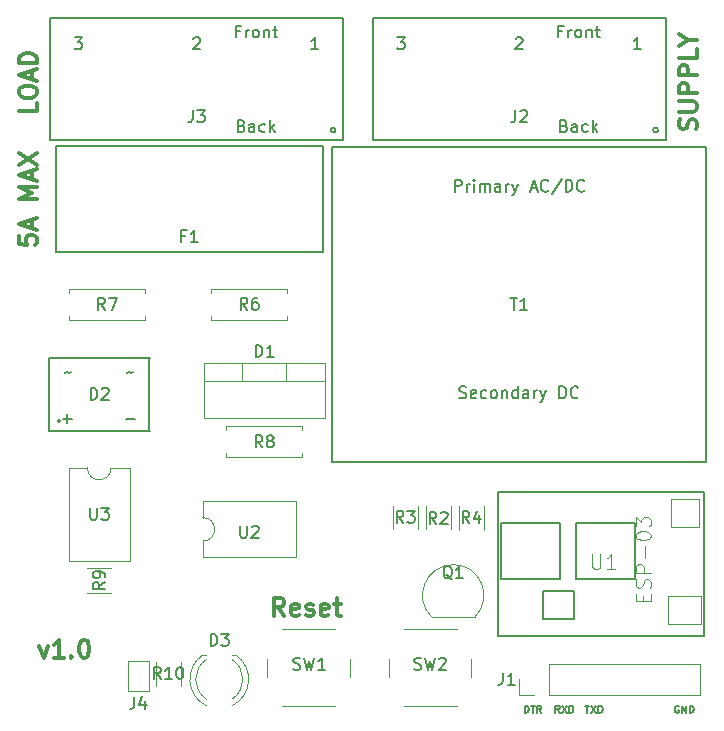
<source format=gto>
G04 #@! TF.FileFunction,Legend,Top*
%FSLAX46Y46*%
G04 Gerber Fmt 4.6, Leading zero omitted, Abs format (unit mm)*
G04 Created by KiCad (PCBNEW 4.0.7) date Sun Sep 17 14:25:38 2017*
%MOMM*%
%LPD*%
G01*
G04 APERTURE LIST*
%ADD10C,0.100000*%
%ADD11C,0.300000*%
%ADD12C,0.150000*%
%ADD13C,0.120000*%
%ADD14C,0.066040*%
%ADD15C,0.127000*%
%ADD16C,0.101600*%
G04 APERTURE END LIST*
D10*
D11*
X120463571Y-87272427D02*
X120463571Y-87986713D01*
X121177857Y-88058142D01*
X121106429Y-87986713D01*
X121035000Y-87843856D01*
X121035000Y-87486713D01*
X121106429Y-87343856D01*
X121177857Y-87272427D01*
X121320714Y-87200999D01*
X121677857Y-87200999D01*
X121820714Y-87272427D01*
X121892143Y-87343856D01*
X121963571Y-87486713D01*
X121963571Y-87843856D01*
X121892143Y-87986713D01*
X121820714Y-88058142D01*
X121535000Y-86629571D02*
X121535000Y-85915285D01*
X121963571Y-86772428D02*
X120463571Y-86272428D01*
X121963571Y-85772428D01*
X121963571Y-84129571D02*
X120463571Y-84129571D01*
X121535000Y-83629571D01*
X120463571Y-83129571D01*
X121963571Y-83129571D01*
X121535000Y-82486714D02*
X121535000Y-81772428D01*
X121963571Y-82629571D02*
X120463571Y-82129571D01*
X121963571Y-81629571D01*
X120463571Y-81272428D02*
X121963571Y-80272428D01*
X120463571Y-80272428D02*
X121963571Y-81272428D01*
X122190144Y-121979571D02*
X122547287Y-122979571D01*
X122904429Y-121979571D01*
X124261572Y-122979571D02*
X123404429Y-122979571D01*
X123833001Y-122979571D02*
X123833001Y-121479571D01*
X123690144Y-121693857D01*
X123547286Y-121836714D01*
X123404429Y-121908143D01*
X124904429Y-122836714D02*
X124975857Y-122908143D01*
X124904429Y-122979571D01*
X124833000Y-122908143D01*
X124904429Y-122836714D01*
X124904429Y-122979571D01*
X125904429Y-121479571D02*
X126047286Y-121479571D01*
X126190143Y-121551000D01*
X126261572Y-121622429D01*
X126333001Y-121765286D01*
X126404429Y-122051000D01*
X126404429Y-122408143D01*
X126333001Y-122693857D01*
X126261572Y-122836714D01*
X126190143Y-122908143D01*
X126047286Y-122979571D01*
X125904429Y-122979571D01*
X125761572Y-122908143D01*
X125690143Y-122836714D01*
X125618715Y-122693857D01*
X125547286Y-122408143D01*
X125547286Y-122051000D01*
X125618715Y-121765286D01*
X125690143Y-121622429D01*
X125761572Y-121551000D01*
X125904429Y-121479571D01*
D12*
X163271286Y-127652429D02*
X163271286Y-127052429D01*
X163414143Y-127052429D01*
X163499858Y-127081000D01*
X163557000Y-127138143D01*
X163585572Y-127195286D01*
X163614143Y-127309571D01*
X163614143Y-127395286D01*
X163585572Y-127509571D01*
X163557000Y-127566714D01*
X163499858Y-127623857D01*
X163414143Y-127652429D01*
X163271286Y-127652429D01*
X163785572Y-127052429D02*
X164128429Y-127052429D01*
X163957000Y-127652429D02*
X163957000Y-127052429D01*
X164671286Y-127652429D02*
X164471286Y-127366714D01*
X164328429Y-127652429D02*
X164328429Y-127052429D01*
X164557001Y-127052429D01*
X164614143Y-127081000D01*
X164642715Y-127109571D01*
X164671286Y-127166714D01*
X164671286Y-127252429D01*
X164642715Y-127309571D01*
X164614143Y-127338143D01*
X164557001Y-127366714D01*
X164328429Y-127366714D01*
X168406857Y-127052429D02*
X168749714Y-127052429D01*
X168578285Y-127652429D02*
X168578285Y-127052429D01*
X168892571Y-127052429D02*
X169292571Y-127652429D01*
X169292571Y-127052429D02*
X168892571Y-127652429D01*
X169521143Y-127652429D02*
X169521143Y-127052429D01*
X169664000Y-127052429D01*
X169749715Y-127081000D01*
X169806857Y-127138143D01*
X169835429Y-127195286D01*
X169864000Y-127309571D01*
X169864000Y-127395286D01*
X169835429Y-127509571D01*
X169806857Y-127566714D01*
X169749715Y-127623857D01*
X169664000Y-127652429D01*
X169521143Y-127652429D01*
X166224000Y-127652429D02*
X166024000Y-127366714D01*
X165881143Y-127652429D02*
X165881143Y-127052429D01*
X166109715Y-127052429D01*
X166166857Y-127081000D01*
X166195429Y-127109571D01*
X166224000Y-127166714D01*
X166224000Y-127252429D01*
X166195429Y-127309571D01*
X166166857Y-127338143D01*
X166109715Y-127366714D01*
X165881143Y-127366714D01*
X166424000Y-127052429D02*
X166824000Y-127652429D01*
X166824000Y-127052429D02*
X166424000Y-127652429D01*
X167052572Y-127652429D02*
X167052572Y-127052429D01*
X167195429Y-127052429D01*
X167281144Y-127081000D01*
X167338286Y-127138143D01*
X167366858Y-127195286D01*
X167395429Y-127309571D01*
X167395429Y-127395286D01*
X167366858Y-127509571D01*
X167338286Y-127566714D01*
X167281144Y-127623857D01*
X167195429Y-127652429D01*
X167052572Y-127652429D01*
X176326858Y-127081000D02*
X176269715Y-127052429D01*
X176184001Y-127052429D01*
X176098286Y-127081000D01*
X176041144Y-127138143D01*
X176012572Y-127195286D01*
X175984001Y-127309571D01*
X175984001Y-127395286D01*
X176012572Y-127509571D01*
X176041144Y-127566714D01*
X176098286Y-127623857D01*
X176184001Y-127652429D01*
X176241144Y-127652429D01*
X176326858Y-127623857D01*
X176355429Y-127595286D01*
X176355429Y-127395286D01*
X176241144Y-127395286D01*
X176612572Y-127652429D02*
X176612572Y-127052429D01*
X176955429Y-127652429D01*
X176955429Y-127052429D01*
X177241143Y-127652429D02*
X177241143Y-127052429D01*
X177384000Y-127052429D01*
X177469715Y-127081000D01*
X177526857Y-127138143D01*
X177555429Y-127195286D01*
X177584000Y-127309571D01*
X177584000Y-127395286D01*
X177555429Y-127509571D01*
X177526857Y-127566714D01*
X177469715Y-127623857D01*
X177384000Y-127652429D01*
X177241143Y-127652429D01*
D11*
X142922858Y-119423571D02*
X142422858Y-118709286D01*
X142065715Y-119423571D02*
X142065715Y-117923571D01*
X142637143Y-117923571D01*
X142780001Y-117995000D01*
X142851429Y-118066429D01*
X142922858Y-118209286D01*
X142922858Y-118423571D01*
X142851429Y-118566429D01*
X142780001Y-118637857D01*
X142637143Y-118709286D01*
X142065715Y-118709286D01*
X144137143Y-119352143D02*
X143994286Y-119423571D01*
X143708572Y-119423571D01*
X143565715Y-119352143D01*
X143494286Y-119209286D01*
X143494286Y-118637857D01*
X143565715Y-118495000D01*
X143708572Y-118423571D01*
X143994286Y-118423571D01*
X144137143Y-118495000D01*
X144208572Y-118637857D01*
X144208572Y-118780714D01*
X143494286Y-118923571D01*
X144780000Y-119352143D02*
X144922857Y-119423571D01*
X145208572Y-119423571D01*
X145351429Y-119352143D01*
X145422857Y-119209286D01*
X145422857Y-119137857D01*
X145351429Y-118995000D01*
X145208572Y-118923571D01*
X144994286Y-118923571D01*
X144851429Y-118852143D01*
X144780000Y-118709286D01*
X144780000Y-118637857D01*
X144851429Y-118495000D01*
X144994286Y-118423571D01*
X145208572Y-118423571D01*
X145351429Y-118495000D01*
X146637143Y-119352143D02*
X146494286Y-119423571D01*
X146208572Y-119423571D01*
X146065715Y-119352143D01*
X145994286Y-119209286D01*
X145994286Y-118637857D01*
X146065715Y-118495000D01*
X146208572Y-118423571D01*
X146494286Y-118423571D01*
X146637143Y-118495000D01*
X146708572Y-118637857D01*
X146708572Y-118780714D01*
X145994286Y-118923571D01*
X147137143Y-118423571D02*
X147708572Y-118423571D01*
X147351429Y-117923571D02*
X147351429Y-119209286D01*
X147422857Y-119352143D01*
X147565715Y-119423571D01*
X147708572Y-119423571D01*
X177772143Y-78259286D02*
X177843571Y-78045000D01*
X177843571Y-77687857D01*
X177772143Y-77545000D01*
X177700714Y-77473571D01*
X177557857Y-77402143D01*
X177415000Y-77402143D01*
X177272143Y-77473571D01*
X177200714Y-77545000D01*
X177129286Y-77687857D01*
X177057857Y-77973571D01*
X176986429Y-78116429D01*
X176915000Y-78187857D01*
X176772143Y-78259286D01*
X176629286Y-78259286D01*
X176486429Y-78187857D01*
X176415000Y-78116429D01*
X176343571Y-77973571D01*
X176343571Y-77616429D01*
X176415000Y-77402143D01*
X176343571Y-76759286D02*
X177557857Y-76759286D01*
X177700714Y-76687858D01*
X177772143Y-76616429D01*
X177843571Y-76473572D01*
X177843571Y-76187858D01*
X177772143Y-76045000D01*
X177700714Y-75973572D01*
X177557857Y-75902143D01*
X176343571Y-75902143D01*
X177843571Y-75187857D02*
X176343571Y-75187857D01*
X176343571Y-74616429D01*
X176415000Y-74473571D01*
X176486429Y-74402143D01*
X176629286Y-74330714D01*
X176843571Y-74330714D01*
X176986429Y-74402143D01*
X177057857Y-74473571D01*
X177129286Y-74616429D01*
X177129286Y-75187857D01*
X177843571Y-73687857D02*
X176343571Y-73687857D01*
X176343571Y-73116429D01*
X176415000Y-72973571D01*
X176486429Y-72902143D01*
X176629286Y-72830714D01*
X176843571Y-72830714D01*
X176986429Y-72902143D01*
X177057857Y-72973571D01*
X177129286Y-73116429D01*
X177129286Y-73687857D01*
X177843571Y-71473571D02*
X177843571Y-72187857D01*
X176343571Y-72187857D01*
X177129286Y-70687857D02*
X177843571Y-70687857D01*
X176343571Y-71187857D02*
X177129286Y-70687857D01*
X176343571Y-70187857D01*
X121963571Y-76009285D02*
X121963571Y-76723571D01*
X120463571Y-76723571D01*
X120463571Y-75223571D02*
X120463571Y-74937857D01*
X120535000Y-74794999D01*
X120677857Y-74652142D01*
X120963571Y-74580714D01*
X121463571Y-74580714D01*
X121749286Y-74652142D01*
X121892143Y-74794999D01*
X121963571Y-74937857D01*
X121963571Y-75223571D01*
X121892143Y-75366428D01*
X121749286Y-75509285D01*
X121463571Y-75580714D01*
X120963571Y-75580714D01*
X120677857Y-75509285D01*
X120535000Y-75366428D01*
X120463571Y-75223571D01*
X121535000Y-74009285D02*
X121535000Y-73294999D01*
X121963571Y-74152142D02*
X120463571Y-73652142D01*
X121963571Y-73152142D01*
X121963571Y-72652142D02*
X120463571Y-72652142D01*
X120463571Y-72294999D01*
X120535000Y-72080714D01*
X120677857Y-71937856D01*
X120820714Y-71866428D01*
X121106429Y-71794999D01*
X121320714Y-71794999D01*
X121606429Y-71866428D01*
X121749286Y-71937856D01*
X121892143Y-72080714D01*
X121963571Y-72294999D01*
X121963571Y-72652142D01*
D13*
X126255000Y-106925000D02*
X124685000Y-106925000D01*
X124685000Y-106925000D02*
X124685000Y-114785000D01*
X124685000Y-114785000D02*
X129825000Y-114785000D01*
X129825000Y-114785000D02*
X129825000Y-106925000D01*
X129825000Y-106925000D02*
X128255000Y-106925000D01*
X128255000Y-106925000D02*
G75*
G02X126255000Y-106925000I-1000000J0D01*
G01*
X165355000Y-126155000D02*
X178115000Y-126155000D01*
X178115000Y-126155000D02*
X178115000Y-123495000D01*
X178115000Y-123495000D02*
X165355000Y-123495000D01*
X165355000Y-123495000D02*
X165355000Y-126155000D01*
X164085000Y-126155000D02*
X162755000Y-126155000D01*
X162755000Y-126155000D02*
X162755000Y-124825000D01*
D12*
X174571155Y-78325000D02*
G75*
G03X174571155Y-78325000I-206155J0D01*
G01*
X150415000Y-68875000D02*
X150415000Y-79175000D01*
X175215000Y-79175000D02*
X175215000Y-68875000D01*
X175215000Y-68875000D02*
X150415000Y-68875000D01*
X175215000Y-79175000D02*
X150415000Y-79175000D01*
X123996421Y-102945000D02*
G75*
G03X123996421Y-102945000I-141421J0D01*
G01*
X123005000Y-103795000D02*
X123005000Y-97595000D01*
X131510000Y-97595000D02*
X123000000Y-97595000D01*
X131505000Y-103795000D02*
X131505000Y-97595000D01*
X131510000Y-103795000D02*
X123000000Y-103795000D01*
D13*
X138495724Y-127068242D02*
G75*
G03X138813749Y-122765000I-1080724J2243242D01*
G01*
X136334276Y-127068242D02*
G75*
G02X136016251Y-122765000I1080724J2243242D01*
G01*
X138495961Y-126507713D02*
G75*
G03X138495000Y-123141670I-1080961J1682713D01*
G01*
X136334039Y-126507713D02*
G75*
G02X136335000Y-123141670I1080961J1682713D01*
G01*
X138814000Y-122765000D02*
X138495000Y-122765000D01*
X136335000Y-122765000D02*
X136016000Y-122765000D01*
D12*
X123575000Y-79685000D02*
X146175000Y-79685000D01*
X146175000Y-88685000D02*
X123575000Y-88685000D01*
X123575000Y-88685000D02*
X123575000Y-79685000D01*
X146175000Y-88685000D02*
X146175000Y-79685000D01*
X147266155Y-78325000D02*
G75*
G03X147266155Y-78325000I-206155J0D01*
G01*
X123110000Y-68875000D02*
X123110000Y-79175000D01*
X147910000Y-79175000D02*
X147910000Y-68875000D01*
X147910000Y-68875000D02*
X123110000Y-68875000D01*
X147910000Y-79175000D02*
X123110000Y-79175000D01*
D13*
X129667000Y-123301000D02*
X129667000Y-125841000D01*
X131447000Y-125841000D02*
X131447000Y-123301000D01*
X131447000Y-125841000D02*
X129667000Y-125841000D01*
X129667000Y-123301000D02*
X131447000Y-123301000D01*
X155427000Y-119563000D02*
X159027000Y-119563000D01*
X155388522Y-119551478D02*
G75*
G02X157227000Y-115113000I1838478J1838478D01*
G01*
X159065478Y-119551478D02*
G75*
G03X157227000Y-115113000I-1838478J1838478D01*
G01*
X154887000Y-112109000D02*
X154887000Y-110109000D01*
X157027000Y-110109000D02*
X157027000Y-112109000D01*
X154233000Y-110109000D02*
X154233000Y-112109000D01*
X152093000Y-112109000D02*
X152093000Y-110109000D01*
X159821000Y-110141000D02*
X159821000Y-112141000D01*
X157681000Y-112141000D02*
X157681000Y-110141000D01*
X143165000Y-94055000D02*
X143165000Y-94385000D01*
X143165000Y-94385000D02*
X136745000Y-94385000D01*
X136745000Y-94385000D02*
X136745000Y-94055000D01*
X143165000Y-92095000D02*
X143165000Y-91765000D01*
X143165000Y-91765000D02*
X136745000Y-91765000D01*
X136745000Y-91765000D02*
X136745000Y-92095000D01*
X131100000Y-94055000D02*
X131100000Y-94385000D01*
X131100000Y-94385000D02*
X124680000Y-94385000D01*
X124680000Y-94385000D02*
X124680000Y-94055000D01*
X131100000Y-92095000D02*
X131100000Y-91765000D01*
X131100000Y-91765000D02*
X124680000Y-91765000D01*
X124680000Y-91765000D02*
X124680000Y-92095000D01*
X144435000Y-105705000D02*
X144435000Y-106035000D01*
X144435000Y-106035000D02*
X138015000Y-106035000D01*
X138015000Y-106035000D02*
X138015000Y-105705000D01*
X144435000Y-103745000D02*
X144435000Y-103415000D01*
X144435000Y-103415000D02*
X138015000Y-103415000D01*
X138015000Y-103415000D02*
X138015000Y-103745000D01*
X126255000Y-115373000D02*
X128255000Y-115373000D01*
X128255000Y-117513000D02*
X126255000Y-117513000D01*
X132027000Y-125349000D02*
X132027000Y-123349000D01*
X134167000Y-123349000D02*
X134167000Y-125349000D01*
X142710000Y-127095000D02*
X147210000Y-127095000D01*
X141460000Y-123095000D02*
X141460000Y-124595000D01*
X147210000Y-120595000D02*
X142710000Y-120595000D01*
X148460000Y-124595000D02*
X148460000Y-123095000D01*
X153020000Y-127095000D02*
X157520000Y-127095000D01*
X151770000Y-123095000D02*
X151770000Y-124595000D01*
X157520000Y-120595000D02*
X153020000Y-120595000D01*
X158770000Y-124595000D02*
X158770000Y-123095000D01*
D12*
X146965000Y-106425000D02*
X178665000Y-106425000D01*
X146965000Y-79725000D02*
X146965000Y-106425000D01*
X178665000Y-79725000D02*
X146965000Y-79725000D01*
X178665000Y-79725000D02*
X178665000Y-106425000D01*
D14*
X175636920Y-109550720D02*
X175636920Y-111951020D01*
X175636920Y-111951020D02*
X178037220Y-111951020D01*
X178037220Y-109550720D02*
X178037220Y-111951020D01*
X175636920Y-109550720D02*
X178037220Y-109550720D01*
X175436260Y-117749840D02*
X175436260Y-120147600D01*
X175436260Y-120147600D02*
X178235340Y-120147600D01*
X178235340Y-117749840D02*
X178235340Y-120147600D01*
X175436260Y-117749840D02*
X178235340Y-117749840D01*
D15*
X161039540Y-108951280D02*
X161039540Y-121148360D01*
X178436000Y-108951280D02*
X178436000Y-121148360D01*
X178436000Y-121148360D02*
X175235600Y-121148360D01*
X175235600Y-121148360D02*
X161039540Y-121148360D01*
X178436000Y-108951280D02*
X175235600Y-108951280D01*
X175235600Y-108951280D02*
X161039540Y-108951280D01*
X172637180Y-116347760D02*
X172637180Y-111552240D01*
X172637180Y-111552240D02*
X167638460Y-111552240D01*
X167638460Y-111552240D02*
X167638460Y-116347760D01*
X167638460Y-116347760D02*
X172637180Y-116347760D01*
X167437800Y-119748820D02*
X167437800Y-117348520D01*
X167437800Y-117348520D02*
X164839380Y-117348520D01*
X164839380Y-117348520D02*
X164839380Y-119748820D01*
X164839380Y-119748820D02*
X167437800Y-119748820D01*
X166238920Y-116347760D02*
X166238920Y-111552240D01*
X166238920Y-111552240D02*
X161237660Y-111552240D01*
X161237660Y-111552240D02*
X161237660Y-116347760D01*
X161237660Y-116347760D02*
X166238920Y-116347760D01*
D13*
X136025000Y-113125000D02*
X136025000Y-114495000D01*
X136025000Y-114495000D02*
X143885000Y-114495000D01*
X143885000Y-114495000D02*
X143885000Y-109755000D01*
X143885000Y-109755000D02*
X136025000Y-109755000D01*
X136025000Y-109755000D02*
X136025000Y-111125000D01*
X136025000Y-111125000D02*
G75*
G02X136025000Y-113125000I0J-1000000D01*
G01*
X136105000Y-98075000D02*
X146345000Y-98075000D01*
X136105000Y-102716000D02*
X146345000Y-102716000D01*
X136105000Y-98075000D02*
X136105000Y-102716000D01*
X146345000Y-98075000D02*
X146345000Y-102716000D01*
X136105000Y-99585000D02*
X146345000Y-99585000D01*
X139375000Y-98075000D02*
X139375000Y-99585000D01*
X143076000Y-98075000D02*
X143076000Y-99585000D01*
D12*
X126493095Y-110307381D02*
X126493095Y-111116905D01*
X126540714Y-111212143D01*
X126588333Y-111259762D01*
X126683571Y-111307381D01*
X126874048Y-111307381D01*
X126969286Y-111259762D01*
X127016905Y-111212143D01*
X127064524Y-111116905D01*
X127064524Y-110307381D01*
X127445476Y-110307381D02*
X128064524Y-110307381D01*
X127731190Y-110688333D01*
X127874048Y-110688333D01*
X127969286Y-110735952D01*
X128016905Y-110783571D01*
X128064524Y-110878810D01*
X128064524Y-111116905D01*
X128016905Y-111212143D01*
X127969286Y-111259762D01*
X127874048Y-111307381D01*
X127588333Y-111307381D01*
X127493095Y-111259762D01*
X127445476Y-111212143D01*
X161421667Y-124277381D02*
X161421667Y-124991667D01*
X161374047Y-125134524D01*
X161278809Y-125229762D01*
X161135952Y-125277381D01*
X161040714Y-125277381D01*
X162421667Y-125277381D02*
X161850238Y-125277381D01*
X162135952Y-125277381D02*
X162135952Y-124277381D01*
X162040714Y-124420238D01*
X161945476Y-124515476D01*
X161850238Y-124563095D01*
X162481667Y-76652381D02*
X162481667Y-77366667D01*
X162434047Y-77509524D01*
X162338809Y-77604762D01*
X162195952Y-77652381D01*
X162100714Y-77652381D01*
X162910238Y-76747619D02*
X162957857Y-76700000D01*
X163053095Y-76652381D01*
X163291191Y-76652381D01*
X163386429Y-76700000D01*
X163434048Y-76747619D01*
X163481667Y-76842857D01*
X163481667Y-76938095D01*
X163434048Y-77080952D01*
X162862619Y-77652381D01*
X163481667Y-77652381D01*
X166600715Y-77953571D02*
X166743572Y-78001190D01*
X166791191Y-78048810D01*
X166838810Y-78144048D01*
X166838810Y-78286905D01*
X166791191Y-78382143D01*
X166743572Y-78429762D01*
X166648334Y-78477381D01*
X166267381Y-78477381D01*
X166267381Y-77477381D01*
X166600715Y-77477381D01*
X166695953Y-77525000D01*
X166743572Y-77572619D01*
X166791191Y-77667857D01*
X166791191Y-77763095D01*
X166743572Y-77858333D01*
X166695953Y-77905952D01*
X166600715Y-77953571D01*
X166267381Y-77953571D01*
X167695953Y-78477381D02*
X167695953Y-77953571D01*
X167648334Y-77858333D01*
X167553096Y-77810714D01*
X167362619Y-77810714D01*
X167267381Y-77858333D01*
X167695953Y-78429762D02*
X167600715Y-78477381D01*
X167362619Y-78477381D01*
X167267381Y-78429762D01*
X167219762Y-78334524D01*
X167219762Y-78239286D01*
X167267381Y-78144048D01*
X167362619Y-78096429D01*
X167600715Y-78096429D01*
X167695953Y-78048810D01*
X168600715Y-78429762D02*
X168505477Y-78477381D01*
X168315000Y-78477381D01*
X168219762Y-78429762D01*
X168172143Y-78382143D01*
X168124524Y-78286905D01*
X168124524Y-78001190D01*
X168172143Y-77905952D01*
X168219762Y-77858333D01*
X168315000Y-77810714D01*
X168505477Y-77810714D01*
X168600715Y-77858333D01*
X169029286Y-78477381D02*
X169029286Y-77477381D01*
X169124524Y-78096429D02*
X169410239Y-78477381D01*
X169410239Y-77810714D02*
X169029286Y-78191667D01*
X166457857Y-69953571D02*
X166124523Y-69953571D01*
X166124523Y-70477381D02*
X166124523Y-69477381D01*
X166600714Y-69477381D01*
X166981666Y-70477381D02*
X166981666Y-69810714D01*
X166981666Y-70001190D02*
X167029285Y-69905952D01*
X167076904Y-69858333D01*
X167172142Y-69810714D01*
X167267381Y-69810714D01*
X167743571Y-70477381D02*
X167648333Y-70429762D01*
X167600714Y-70382143D01*
X167553095Y-70286905D01*
X167553095Y-70001190D01*
X167600714Y-69905952D01*
X167648333Y-69858333D01*
X167743571Y-69810714D01*
X167886429Y-69810714D01*
X167981667Y-69858333D01*
X168029286Y-69905952D01*
X168076905Y-70001190D01*
X168076905Y-70286905D01*
X168029286Y-70382143D01*
X167981667Y-70429762D01*
X167886429Y-70477381D01*
X167743571Y-70477381D01*
X168505476Y-69810714D02*
X168505476Y-70477381D01*
X168505476Y-69905952D02*
X168553095Y-69858333D01*
X168648333Y-69810714D01*
X168791191Y-69810714D01*
X168886429Y-69858333D01*
X168934048Y-69953571D01*
X168934048Y-70477381D01*
X169267381Y-69810714D02*
X169648333Y-69810714D01*
X169410238Y-69477381D02*
X169410238Y-70334524D01*
X169457857Y-70429762D01*
X169553095Y-70477381D01*
X169648333Y-70477381D01*
X152481667Y-70477381D02*
X153100715Y-70477381D01*
X152767381Y-70858333D01*
X152910239Y-70858333D01*
X153005477Y-70905952D01*
X153053096Y-70953571D01*
X153100715Y-71048810D01*
X153100715Y-71286905D01*
X153053096Y-71382143D01*
X153005477Y-71429762D01*
X152910239Y-71477381D01*
X152624524Y-71477381D01*
X152529286Y-71429762D01*
X152481667Y-71382143D01*
X162529286Y-70572619D02*
X162576905Y-70525000D01*
X162672143Y-70477381D01*
X162910239Y-70477381D01*
X163005477Y-70525000D01*
X163053096Y-70572619D01*
X163100715Y-70667857D01*
X163100715Y-70763095D01*
X163053096Y-70905952D01*
X162481667Y-71477381D01*
X163100715Y-71477381D01*
X173100715Y-71477381D02*
X172529286Y-71477381D01*
X172815000Y-71477381D02*
X172815000Y-70477381D01*
X172719762Y-70620238D01*
X172624524Y-70715476D01*
X172529286Y-70763095D01*
X126516905Y-101147381D02*
X126516905Y-100147381D01*
X126755000Y-100147381D01*
X126897858Y-100195000D01*
X126993096Y-100290238D01*
X127040715Y-100385476D01*
X127088334Y-100575952D01*
X127088334Y-100718810D01*
X127040715Y-100909286D01*
X126993096Y-101004524D01*
X126897858Y-101099762D01*
X126755000Y-101147381D01*
X126516905Y-101147381D01*
X127469286Y-100242619D02*
X127516905Y-100195000D01*
X127612143Y-100147381D01*
X127850239Y-100147381D01*
X127945477Y-100195000D01*
X127993096Y-100242619D01*
X128040715Y-100337857D01*
X128040715Y-100433095D01*
X127993096Y-100575952D01*
X127421667Y-101147381D01*
X128040715Y-101147381D01*
X124393095Y-98866429D02*
X124440714Y-98818810D01*
X124535952Y-98771190D01*
X124726428Y-98866429D01*
X124821667Y-98818810D01*
X124869286Y-98771190D01*
X129643095Y-98866429D02*
X129690714Y-98818810D01*
X129785952Y-98771190D01*
X129976428Y-98866429D01*
X130071667Y-98818810D01*
X130119286Y-98771190D01*
X129524048Y-102816429D02*
X130285953Y-102816429D01*
X124174048Y-102766429D02*
X124935953Y-102766429D01*
X124555001Y-103147381D02*
X124555001Y-102385476D01*
X136676905Y-121975381D02*
X136676905Y-120975381D01*
X136915000Y-120975381D01*
X137057858Y-121023000D01*
X137153096Y-121118238D01*
X137200715Y-121213476D01*
X137248334Y-121403952D01*
X137248334Y-121546810D01*
X137200715Y-121737286D01*
X137153096Y-121832524D01*
X137057858Y-121927762D01*
X136915000Y-121975381D01*
X136676905Y-121975381D01*
X137581667Y-120975381D02*
X138200715Y-120975381D01*
X137867381Y-121356333D01*
X138010239Y-121356333D01*
X138105477Y-121403952D01*
X138153096Y-121451571D01*
X138200715Y-121546810D01*
X138200715Y-121784905D01*
X138153096Y-121880143D01*
X138105477Y-121927762D01*
X138010239Y-121975381D01*
X137724524Y-121975381D01*
X137629286Y-121927762D01*
X137581667Y-121880143D01*
X134541667Y-87288571D02*
X134208333Y-87288571D01*
X134208333Y-87812381D02*
X134208333Y-86812381D01*
X134684524Y-86812381D01*
X135589286Y-87812381D02*
X135017857Y-87812381D01*
X135303571Y-87812381D02*
X135303571Y-86812381D01*
X135208333Y-86955238D01*
X135113095Y-87050476D01*
X135017857Y-87098095D01*
X135176667Y-76652381D02*
X135176667Y-77366667D01*
X135129047Y-77509524D01*
X135033809Y-77604762D01*
X134890952Y-77652381D01*
X134795714Y-77652381D01*
X135557619Y-76652381D02*
X136176667Y-76652381D01*
X135843333Y-77033333D01*
X135986191Y-77033333D01*
X136081429Y-77080952D01*
X136129048Y-77128571D01*
X136176667Y-77223810D01*
X136176667Y-77461905D01*
X136129048Y-77557143D01*
X136081429Y-77604762D01*
X135986191Y-77652381D01*
X135700476Y-77652381D01*
X135605238Y-77604762D01*
X135557619Y-77557143D01*
X139295715Y-77953571D02*
X139438572Y-78001190D01*
X139486191Y-78048810D01*
X139533810Y-78144048D01*
X139533810Y-78286905D01*
X139486191Y-78382143D01*
X139438572Y-78429762D01*
X139343334Y-78477381D01*
X138962381Y-78477381D01*
X138962381Y-77477381D01*
X139295715Y-77477381D01*
X139390953Y-77525000D01*
X139438572Y-77572619D01*
X139486191Y-77667857D01*
X139486191Y-77763095D01*
X139438572Y-77858333D01*
X139390953Y-77905952D01*
X139295715Y-77953571D01*
X138962381Y-77953571D01*
X140390953Y-78477381D02*
X140390953Y-77953571D01*
X140343334Y-77858333D01*
X140248096Y-77810714D01*
X140057619Y-77810714D01*
X139962381Y-77858333D01*
X140390953Y-78429762D02*
X140295715Y-78477381D01*
X140057619Y-78477381D01*
X139962381Y-78429762D01*
X139914762Y-78334524D01*
X139914762Y-78239286D01*
X139962381Y-78144048D01*
X140057619Y-78096429D01*
X140295715Y-78096429D01*
X140390953Y-78048810D01*
X141295715Y-78429762D02*
X141200477Y-78477381D01*
X141010000Y-78477381D01*
X140914762Y-78429762D01*
X140867143Y-78382143D01*
X140819524Y-78286905D01*
X140819524Y-78001190D01*
X140867143Y-77905952D01*
X140914762Y-77858333D01*
X141010000Y-77810714D01*
X141200477Y-77810714D01*
X141295715Y-77858333D01*
X141724286Y-78477381D02*
X141724286Y-77477381D01*
X141819524Y-78096429D02*
X142105239Y-78477381D01*
X142105239Y-77810714D02*
X141724286Y-78191667D01*
X139152857Y-69953571D02*
X138819523Y-69953571D01*
X138819523Y-70477381D02*
X138819523Y-69477381D01*
X139295714Y-69477381D01*
X139676666Y-70477381D02*
X139676666Y-69810714D01*
X139676666Y-70001190D02*
X139724285Y-69905952D01*
X139771904Y-69858333D01*
X139867142Y-69810714D01*
X139962381Y-69810714D01*
X140438571Y-70477381D02*
X140343333Y-70429762D01*
X140295714Y-70382143D01*
X140248095Y-70286905D01*
X140248095Y-70001190D01*
X140295714Y-69905952D01*
X140343333Y-69858333D01*
X140438571Y-69810714D01*
X140581429Y-69810714D01*
X140676667Y-69858333D01*
X140724286Y-69905952D01*
X140771905Y-70001190D01*
X140771905Y-70286905D01*
X140724286Y-70382143D01*
X140676667Y-70429762D01*
X140581429Y-70477381D01*
X140438571Y-70477381D01*
X141200476Y-69810714D02*
X141200476Y-70477381D01*
X141200476Y-69905952D02*
X141248095Y-69858333D01*
X141343333Y-69810714D01*
X141486191Y-69810714D01*
X141581429Y-69858333D01*
X141629048Y-69953571D01*
X141629048Y-70477381D01*
X141962381Y-69810714D02*
X142343333Y-69810714D01*
X142105238Y-69477381D02*
X142105238Y-70334524D01*
X142152857Y-70429762D01*
X142248095Y-70477381D01*
X142343333Y-70477381D01*
X125176667Y-70477381D02*
X125795715Y-70477381D01*
X125462381Y-70858333D01*
X125605239Y-70858333D01*
X125700477Y-70905952D01*
X125748096Y-70953571D01*
X125795715Y-71048810D01*
X125795715Y-71286905D01*
X125748096Y-71382143D01*
X125700477Y-71429762D01*
X125605239Y-71477381D01*
X125319524Y-71477381D01*
X125224286Y-71429762D01*
X125176667Y-71382143D01*
X135224286Y-70572619D02*
X135271905Y-70525000D01*
X135367143Y-70477381D01*
X135605239Y-70477381D01*
X135700477Y-70525000D01*
X135748096Y-70572619D01*
X135795715Y-70667857D01*
X135795715Y-70763095D01*
X135748096Y-70905952D01*
X135176667Y-71477381D01*
X135795715Y-71477381D01*
X145795715Y-71477381D02*
X145224286Y-71477381D01*
X145510000Y-71477381D02*
X145510000Y-70477381D01*
X145414762Y-70620238D01*
X145319524Y-70715476D01*
X145224286Y-70763095D01*
X130223667Y-126309381D02*
X130223667Y-127023667D01*
X130176047Y-127166524D01*
X130080809Y-127261762D01*
X129937952Y-127309381D01*
X129842714Y-127309381D01*
X131128429Y-126642714D02*
X131128429Y-127309381D01*
X130890333Y-126261762D02*
X130652238Y-126976048D01*
X131271286Y-126976048D01*
X157131762Y-116355619D02*
X157036524Y-116308000D01*
X156941286Y-116212762D01*
X156798429Y-116069905D01*
X156703190Y-116022286D01*
X156607952Y-116022286D01*
X156655571Y-116260381D02*
X156560333Y-116212762D01*
X156465095Y-116117524D01*
X156417476Y-115927048D01*
X156417476Y-115593714D01*
X156465095Y-115403238D01*
X156560333Y-115308000D01*
X156655571Y-115260381D01*
X156846048Y-115260381D01*
X156941286Y-115308000D01*
X157036524Y-115403238D01*
X157084143Y-115593714D01*
X157084143Y-115927048D01*
X157036524Y-116117524D01*
X156941286Y-116212762D01*
X156846048Y-116260381D01*
X156655571Y-116260381D01*
X158036524Y-116260381D02*
X157465095Y-116260381D01*
X157750809Y-116260381D02*
X157750809Y-115260381D01*
X157655571Y-115403238D01*
X157560333Y-115498476D01*
X157465095Y-115546095D01*
X155790334Y-111656381D02*
X155457000Y-111180190D01*
X155218905Y-111656381D02*
X155218905Y-110656381D01*
X155599858Y-110656381D01*
X155695096Y-110704000D01*
X155742715Y-110751619D01*
X155790334Y-110846857D01*
X155790334Y-110989714D01*
X155742715Y-111084952D01*
X155695096Y-111132571D01*
X155599858Y-111180190D01*
X155218905Y-111180190D01*
X156171286Y-110751619D02*
X156218905Y-110704000D01*
X156314143Y-110656381D01*
X156552239Y-110656381D01*
X156647477Y-110704000D01*
X156695096Y-110751619D01*
X156742715Y-110846857D01*
X156742715Y-110942095D01*
X156695096Y-111084952D01*
X156123667Y-111656381D01*
X156742715Y-111656381D01*
X152996334Y-111561381D02*
X152663000Y-111085190D01*
X152424905Y-111561381D02*
X152424905Y-110561381D01*
X152805858Y-110561381D01*
X152901096Y-110609000D01*
X152948715Y-110656619D01*
X152996334Y-110751857D01*
X152996334Y-110894714D01*
X152948715Y-110989952D01*
X152901096Y-111037571D01*
X152805858Y-111085190D01*
X152424905Y-111085190D01*
X153329667Y-110561381D02*
X153948715Y-110561381D01*
X153615381Y-110942333D01*
X153758239Y-110942333D01*
X153853477Y-110989952D01*
X153901096Y-111037571D01*
X153948715Y-111132810D01*
X153948715Y-111370905D01*
X153901096Y-111466143D01*
X153853477Y-111513762D01*
X153758239Y-111561381D01*
X153472524Y-111561381D01*
X153377286Y-111513762D01*
X153329667Y-111466143D01*
X158584334Y-111593381D02*
X158251000Y-111117190D01*
X158012905Y-111593381D02*
X158012905Y-110593381D01*
X158393858Y-110593381D01*
X158489096Y-110641000D01*
X158536715Y-110688619D01*
X158584334Y-110783857D01*
X158584334Y-110926714D01*
X158536715Y-111021952D01*
X158489096Y-111069571D01*
X158393858Y-111117190D01*
X158012905Y-111117190D01*
X159441477Y-110926714D02*
X159441477Y-111593381D01*
X159203381Y-110545762D02*
X158965286Y-111260048D01*
X159584334Y-111260048D01*
X139788334Y-93527381D02*
X139455000Y-93051190D01*
X139216905Y-93527381D02*
X139216905Y-92527381D01*
X139597858Y-92527381D01*
X139693096Y-92575000D01*
X139740715Y-92622619D01*
X139788334Y-92717857D01*
X139788334Y-92860714D01*
X139740715Y-92955952D01*
X139693096Y-93003571D01*
X139597858Y-93051190D01*
X139216905Y-93051190D01*
X140645477Y-92527381D02*
X140455000Y-92527381D01*
X140359762Y-92575000D01*
X140312143Y-92622619D01*
X140216905Y-92765476D01*
X140169286Y-92955952D01*
X140169286Y-93336905D01*
X140216905Y-93432143D01*
X140264524Y-93479762D01*
X140359762Y-93527381D01*
X140550239Y-93527381D01*
X140645477Y-93479762D01*
X140693096Y-93432143D01*
X140740715Y-93336905D01*
X140740715Y-93098810D01*
X140693096Y-93003571D01*
X140645477Y-92955952D01*
X140550239Y-92908333D01*
X140359762Y-92908333D01*
X140264524Y-92955952D01*
X140216905Y-93003571D01*
X140169286Y-93098810D01*
X127723334Y-93527381D02*
X127390000Y-93051190D01*
X127151905Y-93527381D02*
X127151905Y-92527381D01*
X127532858Y-92527381D01*
X127628096Y-92575000D01*
X127675715Y-92622619D01*
X127723334Y-92717857D01*
X127723334Y-92860714D01*
X127675715Y-92955952D01*
X127628096Y-93003571D01*
X127532858Y-93051190D01*
X127151905Y-93051190D01*
X128056667Y-92527381D02*
X128723334Y-92527381D01*
X128294762Y-93527381D01*
X141058334Y-105177381D02*
X140725000Y-104701190D01*
X140486905Y-105177381D02*
X140486905Y-104177381D01*
X140867858Y-104177381D01*
X140963096Y-104225000D01*
X141010715Y-104272619D01*
X141058334Y-104367857D01*
X141058334Y-104510714D01*
X141010715Y-104605952D01*
X140963096Y-104653571D01*
X140867858Y-104701190D01*
X140486905Y-104701190D01*
X141629762Y-104605952D02*
X141534524Y-104558333D01*
X141486905Y-104510714D01*
X141439286Y-104415476D01*
X141439286Y-104367857D01*
X141486905Y-104272619D01*
X141534524Y-104225000D01*
X141629762Y-104177381D01*
X141820239Y-104177381D01*
X141915477Y-104225000D01*
X141963096Y-104272619D01*
X142010715Y-104367857D01*
X142010715Y-104415476D01*
X141963096Y-104510714D01*
X141915477Y-104558333D01*
X141820239Y-104605952D01*
X141629762Y-104605952D01*
X141534524Y-104653571D01*
X141486905Y-104701190D01*
X141439286Y-104796429D01*
X141439286Y-104986905D01*
X141486905Y-105082143D01*
X141534524Y-105129762D01*
X141629762Y-105177381D01*
X141820239Y-105177381D01*
X141915477Y-105129762D01*
X141963096Y-105082143D01*
X142010715Y-104986905D01*
X142010715Y-104796429D01*
X141963096Y-104701190D01*
X141915477Y-104653571D01*
X141820239Y-104605952D01*
X127707381Y-116609666D02*
X127231190Y-116943000D01*
X127707381Y-117181095D02*
X126707381Y-117181095D01*
X126707381Y-116800142D01*
X126755000Y-116704904D01*
X126802619Y-116657285D01*
X126897857Y-116609666D01*
X127040714Y-116609666D01*
X127135952Y-116657285D01*
X127183571Y-116704904D01*
X127231190Y-116800142D01*
X127231190Y-117181095D01*
X127707381Y-116133476D02*
X127707381Y-115943000D01*
X127659762Y-115847761D01*
X127612143Y-115800142D01*
X127469286Y-115704904D01*
X127278810Y-115657285D01*
X126897857Y-115657285D01*
X126802619Y-115704904D01*
X126755000Y-115752523D01*
X126707381Y-115847761D01*
X126707381Y-116038238D01*
X126755000Y-116133476D01*
X126802619Y-116181095D01*
X126897857Y-116228714D01*
X127135952Y-116228714D01*
X127231190Y-116181095D01*
X127278810Y-116133476D01*
X127326429Y-116038238D01*
X127326429Y-115847761D01*
X127278810Y-115752523D01*
X127231190Y-115704904D01*
X127135952Y-115657285D01*
X132454143Y-124801381D02*
X132120809Y-124325190D01*
X131882714Y-124801381D02*
X131882714Y-123801381D01*
X132263667Y-123801381D01*
X132358905Y-123849000D01*
X132406524Y-123896619D01*
X132454143Y-123991857D01*
X132454143Y-124134714D01*
X132406524Y-124229952D01*
X132358905Y-124277571D01*
X132263667Y-124325190D01*
X131882714Y-124325190D01*
X133406524Y-124801381D02*
X132835095Y-124801381D01*
X133120809Y-124801381D02*
X133120809Y-123801381D01*
X133025571Y-123944238D01*
X132930333Y-124039476D01*
X132835095Y-124087095D01*
X134025571Y-123801381D02*
X134120810Y-123801381D01*
X134216048Y-123849000D01*
X134263667Y-123896619D01*
X134311286Y-123991857D01*
X134358905Y-124182333D01*
X134358905Y-124420429D01*
X134311286Y-124610905D01*
X134263667Y-124706143D01*
X134216048Y-124753762D01*
X134120810Y-124801381D01*
X134025571Y-124801381D01*
X133930333Y-124753762D01*
X133882714Y-124706143D01*
X133835095Y-124610905D01*
X133787476Y-124420429D01*
X133787476Y-124182333D01*
X133835095Y-123991857D01*
X133882714Y-123896619D01*
X133930333Y-123849000D01*
X134025571Y-123801381D01*
X143701667Y-123959762D02*
X143844524Y-124007381D01*
X144082620Y-124007381D01*
X144177858Y-123959762D01*
X144225477Y-123912143D01*
X144273096Y-123816905D01*
X144273096Y-123721667D01*
X144225477Y-123626429D01*
X144177858Y-123578810D01*
X144082620Y-123531190D01*
X143892143Y-123483571D01*
X143796905Y-123435952D01*
X143749286Y-123388333D01*
X143701667Y-123293095D01*
X143701667Y-123197857D01*
X143749286Y-123102619D01*
X143796905Y-123055000D01*
X143892143Y-123007381D01*
X144130239Y-123007381D01*
X144273096Y-123055000D01*
X144606429Y-123007381D02*
X144844524Y-124007381D01*
X145035001Y-123293095D01*
X145225477Y-124007381D01*
X145463572Y-123007381D01*
X146368334Y-124007381D02*
X145796905Y-124007381D01*
X146082619Y-124007381D02*
X146082619Y-123007381D01*
X145987381Y-123150238D01*
X145892143Y-123245476D01*
X145796905Y-123293095D01*
X153936667Y-123959762D02*
X154079524Y-124007381D01*
X154317620Y-124007381D01*
X154412858Y-123959762D01*
X154460477Y-123912143D01*
X154508096Y-123816905D01*
X154508096Y-123721667D01*
X154460477Y-123626429D01*
X154412858Y-123578810D01*
X154317620Y-123531190D01*
X154127143Y-123483571D01*
X154031905Y-123435952D01*
X153984286Y-123388333D01*
X153936667Y-123293095D01*
X153936667Y-123197857D01*
X153984286Y-123102619D01*
X154031905Y-123055000D01*
X154127143Y-123007381D01*
X154365239Y-123007381D01*
X154508096Y-123055000D01*
X154841429Y-123007381D02*
X155079524Y-124007381D01*
X155270001Y-123293095D01*
X155460477Y-124007381D01*
X155698572Y-123007381D01*
X156031905Y-123102619D02*
X156079524Y-123055000D01*
X156174762Y-123007381D01*
X156412858Y-123007381D01*
X156508096Y-123055000D01*
X156555715Y-123102619D01*
X156603334Y-123197857D01*
X156603334Y-123293095D01*
X156555715Y-123435952D01*
X155984286Y-124007381D01*
X156603334Y-124007381D01*
X162053095Y-92527381D02*
X162624524Y-92527381D01*
X162338809Y-93527381D02*
X162338809Y-92527381D01*
X163481667Y-93527381D02*
X162910238Y-93527381D01*
X163195952Y-93527381D02*
X163195952Y-92527381D01*
X163100714Y-92670238D01*
X163005476Y-92765476D01*
X162910238Y-92813095D01*
X157741190Y-100979762D02*
X157884047Y-101027381D01*
X158122143Y-101027381D01*
X158217381Y-100979762D01*
X158265000Y-100932143D01*
X158312619Y-100836905D01*
X158312619Y-100741667D01*
X158265000Y-100646429D01*
X158217381Y-100598810D01*
X158122143Y-100551190D01*
X157931666Y-100503571D01*
X157836428Y-100455952D01*
X157788809Y-100408333D01*
X157741190Y-100313095D01*
X157741190Y-100217857D01*
X157788809Y-100122619D01*
X157836428Y-100075000D01*
X157931666Y-100027381D01*
X158169762Y-100027381D01*
X158312619Y-100075000D01*
X159122143Y-100979762D02*
X159026905Y-101027381D01*
X158836428Y-101027381D01*
X158741190Y-100979762D01*
X158693571Y-100884524D01*
X158693571Y-100503571D01*
X158741190Y-100408333D01*
X158836428Y-100360714D01*
X159026905Y-100360714D01*
X159122143Y-100408333D01*
X159169762Y-100503571D01*
X159169762Y-100598810D01*
X158693571Y-100694048D01*
X160026905Y-100979762D02*
X159931667Y-101027381D01*
X159741190Y-101027381D01*
X159645952Y-100979762D01*
X159598333Y-100932143D01*
X159550714Y-100836905D01*
X159550714Y-100551190D01*
X159598333Y-100455952D01*
X159645952Y-100408333D01*
X159741190Y-100360714D01*
X159931667Y-100360714D01*
X160026905Y-100408333D01*
X160598333Y-101027381D02*
X160503095Y-100979762D01*
X160455476Y-100932143D01*
X160407857Y-100836905D01*
X160407857Y-100551190D01*
X160455476Y-100455952D01*
X160503095Y-100408333D01*
X160598333Y-100360714D01*
X160741191Y-100360714D01*
X160836429Y-100408333D01*
X160884048Y-100455952D01*
X160931667Y-100551190D01*
X160931667Y-100836905D01*
X160884048Y-100932143D01*
X160836429Y-100979762D01*
X160741191Y-101027381D01*
X160598333Y-101027381D01*
X161360238Y-100360714D02*
X161360238Y-101027381D01*
X161360238Y-100455952D02*
X161407857Y-100408333D01*
X161503095Y-100360714D01*
X161645953Y-100360714D01*
X161741191Y-100408333D01*
X161788810Y-100503571D01*
X161788810Y-101027381D01*
X162693572Y-101027381D02*
X162693572Y-100027381D01*
X162693572Y-100979762D02*
X162598334Y-101027381D01*
X162407857Y-101027381D01*
X162312619Y-100979762D01*
X162265000Y-100932143D01*
X162217381Y-100836905D01*
X162217381Y-100551190D01*
X162265000Y-100455952D01*
X162312619Y-100408333D01*
X162407857Y-100360714D01*
X162598334Y-100360714D01*
X162693572Y-100408333D01*
X163598334Y-101027381D02*
X163598334Y-100503571D01*
X163550715Y-100408333D01*
X163455477Y-100360714D01*
X163265000Y-100360714D01*
X163169762Y-100408333D01*
X163598334Y-100979762D02*
X163503096Y-101027381D01*
X163265000Y-101027381D01*
X163169762Y-100979762D01*
X163122143Y-100884524D01*
X163122143Y-100789286D01*
X163169762Y-100694048D01*
X163265000Y-100646429D01*
X163503096Y-100646429D01*
X163598334Y-100598810D01*
X164074524Y-101027381D02*
X164074524Y-100360714D01*
X164074524Y-100551190D02*
X164122143Y-100455952D01*
X164169762Y-100408333D01*
X164265000Y-100360714D01*
X164360239Y-100360714D01*
X164598334Y-100360714D02*
X164836429Y-101027381D01*
X165074525Y-100360714D02*
X164836429Y-101027381D01*
X164741191Y-101265476D01*
X164693572Y-101313095D01*
X164598334Y-101360714D01*
X166217382Y-101027381D02*
X166217382Y-100027381D01*
X166455477Y-100027381D01*
X166598335Y-100075000D01*
X166693573Y-100170238D01*
X166741192Y-100265476D01*
X166788811Y-100455952D01*
X166788811Y-100598810D01*
X166741192Y-100789286D01*
X166693573Y-100884524D01*
X166598335Y-100979762D01*
X166455477Y-101027381D01*
X166217382Y-101027381D01*
X167788811Y-100932143D02*
X167741192Y-100979762D01*
X167598335Y-101027381D01*
X167503097Y-101027381D01*
X167360239Y-100979762D01*
X167265001Y-100884524D01*
X167217382Y-100789286D01*
X167169763Y-100598810D01*
X167169763Y-100455952D01*
X167217382Y-100265476D01*
X167265001Y-100170238D01*
X167360239Y-100075000D01*
X167503097Y-100027381D01*
X167598335Y-100027381D01*
X167741192Y-100075000D01*
X167788811Y-100122619D01*
X157362619Y-83527381D02*
X157362619Y-82527381D01*
X157743572Y-82527381D01*
X157838810Y-82575000D01*
X157886429Y-82622619D01*
X157934048Y-82717857D01*
X157934048Y-82860714D01*
X157886429Y-82955952D01*
X157838810Y-83003571D01*
X157743572Y-83051190D01*
X157362619Y-83051190D01*
X158362619Y-83527381D02*
X158362619Y-82860714D01*
X158362619Y-83051190D02*
X158410238Y-82955952D01*
X158457857Y-82908333D01*
X158553095Y-82860714D01*
X158648334Y-82860714D01*
X158981667Y-83527381D02*
X158981667Y-82860714D01*
X158981667Y-82527381D02*
X158934048Y-82575000D01*
X158981667Y-82622619D01*
X159029286Y-82575000D01*
X158981667Y-82527381D01*
X158981667Y-82622619D01*
X159457857Y-83527381D02*
X159457857Y-82860714D01*
X159457857Y-82955952D02*
X159505476Y-82908333D01*
X159600714Y-82860714D01*
X159743572Y-82860714D01*
X159838810Y-82908333D01*
X159886429Y-83003571D01*
X159886429Y-83527381D01*
X159886429Y-83003571D02*
X159934048Y-82908333D01*
X160029286Y-82860714D01*
X160172143Y-82860714D01*
X160267381Y-82908333D01*
X160315000Y-83003571D01*
X160315000Y-83527381D01*
X161219762Y-83527381D02*
X161219762Y-83003571D01*
X161172143Y-82908333D01*
X161076905Y-82860714D01*
X160886428Y-82860714D01*
X160791190Y-82908333D01*
X161219762Y-83479762D02*
X161124524Y-83527381D01*
X160886428Y-83527381D01*
X160791190Y-83479762D01*
X160743571Y-83384524D01*
X160743571Y-83289286D01*
X160791190Y-83194048D01*
X160886428Y-83146429D01*
X161124524Y-83146429D01*
X161219762Y-83098810D01*
X161695952Y-83527381D02*
X161695952Y-82860714D01*
X161695952Y-83051190D02*
X161743571Y-82955952D01*
X161791190Y-82908333D01*
X161886428Y-82860714D01*
X161981667Y-82860714D01*
X162219762Y-82860714D02*
X162457857Y-83527381D01*
X162695953Y-82860714D02*
X162457857Y-83527381D01*
X162362619Y-83765476D01*
X162315000Y-83813095D01*
X162219762Y-83860714D01*
X163791191Y-83241667D02*
X164267382Y-83241667D01*
X163695953Y-83527381D02*
X164029286Y-82527381D01*
X164362620Y-83527381D01*
X165267382Y-83432143D02*
X165219763Y-83479762D01*
X165076906Y-83527381D01*
X164981668Y-83527381D01*
X164838810Y-83479762D01*
X164743572Y-83384524D01*
X164695953Y-83289286D01*
X164648334Y-83098810D01*
X164648334Y-82955952D01*
X164695953Y-82765476D01*
X164743572Y-82670238D01*
X164838810Y-82575000D01*
X164981668Y-82527381D01*
X165076906Y-82527381D01*
X165219763Y-82575000D01*
X165267382Y-82622619D01*
X166410239Y-82479762D02*
X165553096Y-83765476D01*
X166743572Y-83527381D02*
X166743572Y-82527381D01*
X166981667Y-82527381D01*
X167124525Y-82575000D01*
X167219763Y-82670238D01*
X167267382Y-82765476D01*
X167315001Y-82955952D01*
X167315001Y-83098810D01*
X167267382Y-83289286D01*
X167219763Y-83384524D01*
X167124525Y-83479762D01*
X166981667Y-83527381D01*
X166743572Y-83527381D01*
X168315001Y-83432143D02*
X168267382Y-83479762D01*
X168124525Y-83527381D01*
X168029287Y-83527381D01*
X167886429Y-83479762D01*
X167791191Y-83384524D01*
X167743572Y-83289286D01*
X167695953Y-83098810D01*
X167695953Y-82955952D01*
X167743572Y-82765476D01*
X167791191Y-82670238D01*
X167886429Y-82575000D01*
X168029287Y-82527381D01*
X168124525Y-82527381D01*
X168267382Y-82575000D01*
X168315001Y-82622619D01*
D16*
X168959381Y-114223524D02*
X168959381Y-115251619D01*
X169019857Y-115372571D01*
X169080333Y-115433048D01*
X169201286Y-115493524D01*
X169443190Y-115493524D01*
X169564143Y-115433048D01*
X169624619Y-115372571D01*
X169685095Y-115251619D01*
X169685095Y-114223524D01*
X170955095Y-115493524D02*
X170229381Y-115493524D01*
X170592238Y-115493524D02*
X170592238Y-114223524D01*
X170471286Y-114404952D01*
X170350333Y-114525905D01*
X170229381Y-114586381D01*
X173276726Y-118172619D02*
X173276726Y-117749286D01*
X173941964Y-117567857D02*
X173941964Y-118172619D01*
X172671964Y-118172619D01*
X172671964Y-117567857D01*
X173881488Y-117084047D02*
X173941964Y-116902619D01*
X173941964Y-116600238D01*
X173881488Y-116479285D01*
X173821011Y-116418809D01*
X173700059Y-116358333D01*
X173579107Y-116358333D01*
X173458154Y-116418809D01*
X173397678Y-116479285D01*
X173337202Y-116600238D01*
X173276726Y-116842142D01*
X173216250Y-116963095D01*
X173155773Y-117023571D01*
X173034821Y-117084047D01*
X172913869Y-117084047D01*
X172792916Y-117023571D01*
X172732440Y-116963095D01*
X172671964Y-116842142D01*
X172671964Y-116539762D01*
X172732440Y-116358333D01*
X173941964Y-115814047D02*
X172671964Y-115814047D01*
X172671964Y-115330238D01*
X172732440Y-115209285D01*
X172792916Y-115148809D01*
X172913869Y-115088333D01*
X173095297Y-115088333D01*
X173216250Y-115148809D01*
X173276726Y-115209285D01*
X173337202Y-115330238D01*
X173337202Y-115814047D01*
X173458154Y-114544047D02*
X173458154Y-113576428D01*
X172671964Y-112729761D02*
X172671964Y-112608809D01*
X172732440Y-112487857D01*
X172792916Y-112427380D01*
X172913869Y-112366904D01*
X173155773Y-112306428D01*
X173458154Y-112306428D01*
X173700059Y-112366904D01*
X173821011Y-112427380D01*
X173881488Y-112487857D01*
X173941964Y-112608809D01*
X173941964Y-112729761D01*
X173881488Y-112850714D01*
X173821011Y-112911190D01*
X173700059Y-112971666D01*
X173458154Y-113032142D01*
X173155773Y-113032142D01*
X172913869Y-112971666D01*
X172792916Y-112911190D01*
X172732440Y-112850714D01*
X172671964Y-112729761D01*
X172671964Y-111883094D02*
X172671964Y-111096904D01*
X173155773Y-111520237D01*
X173155773Y-111338809D01*
X173216250Y-111217856D01*
X173276726Y-111157380D01*
X173397678Y-111096904D01*
X173700059Y-111096904D01*
X173821011Y-111157380D01*
X173881488Y-111217856D01*
X173941964Y-111338809D01*
X173941964Y-111701666D01*
X173881488Y-111822618D01*
X173821011Y-111883094D01*
D12*
X139193095Y-111831381D02*
X139193095Y-112640905D01*
X139240714Y-112736143D01*
X139288333Y-112783762D01*
X139383571Y-112831381D01*
X139574048Y-112831381D01*
X139669286Y-112783762D01*
X139716905Y-112736143D01*
X139764524Y-112640905D01*
X139764524Y-111831381D01*
X140193095Y-111926619D02*
X140240714Y-111879000D01*
X140335952Y-111831381D01*
X140574048Y-111831381D01*
X140669286Y-111879000D01*
X140716905Y-111926619D01*
X140764524Y-112021857D01*
X140764524Y-112117095D01*
X140716905Y-112259952D01*
X140145476Y-112831381D01*
X140764524Y-112831381D01*
X140486905Y-97527381D02*
X140486905Y-96527381D01*
X140725000Y-96527381D01*
X140867858Y-96575000D01*
X140963096Y-96670238D01*
X141010715Y-96765476D01*
X141058334Y-96955952D01*
X141058334Y-97098810D01*
X141010715Y-97289286D01*
X140963096Y-97384524D01*
X140867858Y-97479762D01*
X140725000Y-97527381D01*
X140486905Y-97527381D01*
X142010715Y-97527381D02*
X141439286Y-97527381D01*
X141725000Y-97527381D02*
X141725000Y-96527381D01*
X141629762Y-96670238D01*
X141534524Y-96765476D01*
X141439286Y-96813095D01*
M02*

</source>
